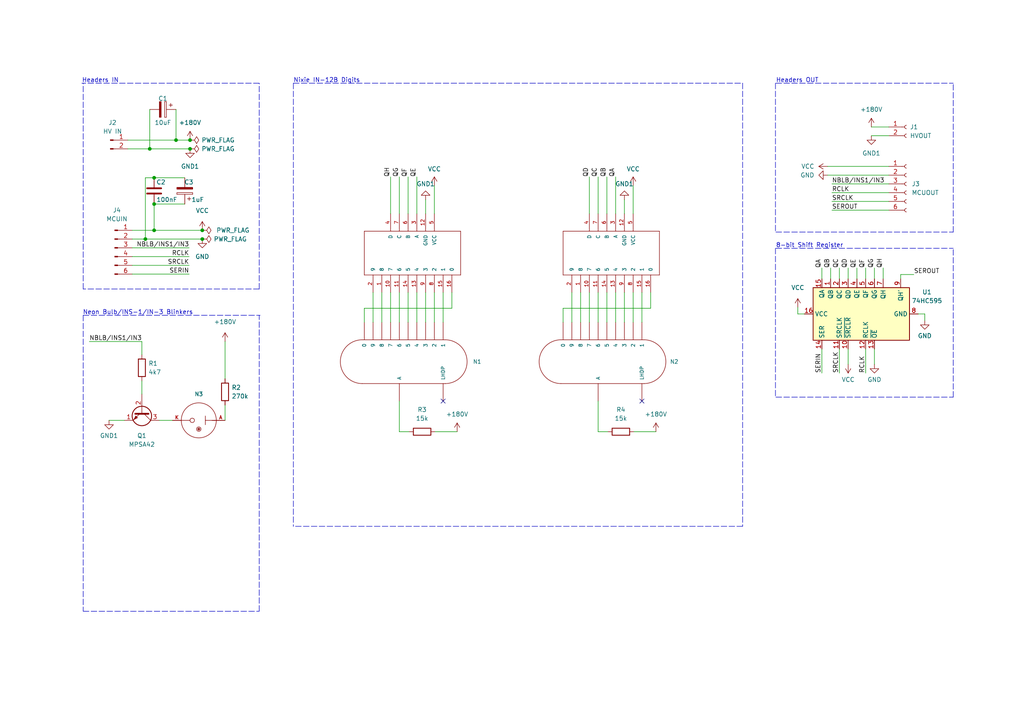
<source format=kicad_sch>
(kicad_sch (version 20211123) (generator eeschema)
  (paper "A4")
  (title_block (title "Nixie Clock 2 Digit IN-12B Panel") (date "2022-12-21") (rev "1.0"))
  (lib_symbols
    (symbol "74xx:74HC595"
      (property "Reference" "U" (at -7.62 13.97 0))
      (property "Value" "74HC595" (at -7.62 -16.51 0))
      (symbol "74HC595_1_0"
        (pin tri_state line (at 10.16 7.62 180) (length 2.54) (name "QB") (number "1"))
        (pin input line (at -10.16 2.54 0) (length 2.54) (name "~{SRCLR}") (number "10"))
        (pin input line (at -10.16 5.08 0) (length 2.54) (name "SRCLK") (number "11"))
        (pin input line (at -10.16 -2.54 0) (length 2.54) (name "RCLK") (number "12"))
        (pin input line (at -10.16 -5.08 0) (length 2.54) (name "~{OE}") (number "13"))
        (pin input line (at -10.16 10.16 0) (length 2.54) (name "SER") (number "14"))
        (pin tri_state line (at 10.16 10.16 180) (length 2.54) (name "QA") (number "15"))
        (pin power_in line (at 0 15.24 270) (length 2.54) (name "VCC") (number "16"))
        (pin tri_state line (at 10.16 5.08 180) (length 2.54) (name "QC") (number "2"))
        (pin tri_state line (at 10.16 2.54 180) (length 2.54) (name "QD") (number "3"))
        (pin tri_state line (at 10.16 0 180) (length 2.54) (name "QE") (number "4"))
        (pin tri_state line (at 10.16 -2.54 180) (length 2.54) (name "QF") (number "5"))
        (pin tri_state line (at 10.16 -5.08 180) (length 2.54) (name "QG") (number "6"))
        (pin tri_state line (at 10.16 -7.62 180) (length 2.54) (name "QH") (number "7"))
        (pin power_in line (at 0 -17.78 90) (length 2.54) (name "GND") (number "8"))
        (pin output line (at 10.16 -12.7 180) (length 2.54) (name "QH'") (number "9"))
      )
      (symbol "74HC595_1_1"
        (rectangle (start -7.62 12.7) (end 7.62 -15.24) (stroke (width 0.254)) (fill (type background)))
      )
    )
    (symbol "Connector:Conn_01x02_Female" (pin_names (offset 1.016) hide)
      (property "Reference" "J" (at 0 2.54 0))
      (property "Value" "Conn_01x02_Female" (at 0 -5.08 0))
      (symbol "Conn_01x02_Female_1_1"
        (arc (start 0 -2.032) (mid -0.508 -2.54) (end 0 -3.048) (stroke (width 0.1524)))
        (polyline (pts (xy -1.27 -2.54) (xy -0.508 -2.54)) (stroke (width 0.1524)))
        (polyline (pts (xy -1.27 0) (xy -0.508 0)) (stroke (width 0.1524)))
        (arc (start 0 0.508) (mid -0.508 0) (end 0 -0.508) (stroke (width 0.1524)))
        (pin passive line (at -5.08 0 0) (length 3.81) (name "Pin_1") (number "1"))
        (pin passive line (at -5.08 -2.54 0) (length 3.81) (name "Pin_2") (number "2"))
      )
    )
    (symbol "Connector:Conn_01x02_Male" (pin_names (offset 1.016) hide)
      (property "Reference" "J" (at 0 2.54 0))
      (property "Value" "Conn_01x02_Male" (at 0 -5.08 0))
      (symbol "Conn_01x02_Male_1_1"
        (polyline (pts (xy 1.27 -2.54) (xy 0.8636 -2.54)) (stroke (width 0.1524)))
        (polyline (pts (xy 1.27 0) (xy 0.8636 0)) (stroke (width 0.1524)))
        (rectangle (start 0.8636 -2.413) (end 0 -2.667) (stroke (width 0.1524)) (fill (type outline)))
        (rectangle (start 0.8636 0.127) (end 0 -0.127) (stroke (width 0.1524)) (fill (type outline)))
        (pin passive line (at 5.08 0 180) (length 3.81) (name "Pin_1") (number "1"))
        (pin passive line (at 5.08 -2.54 180) (length 3.81) (name "Pin_2") (number "2"))
      )
    )
    (symbol "Connector:Conn_01x06_Female" (pin_names (offset 1.016) hide)
      (property "Reference" "J" (at 0 7.62 0))
      (property "Value" "Conn_01x06_Female" (at 0 -10.16 0))
      (symbol "Conn_01x06_Female_1_1"
        (arc (start 0 -7.112) (mid -0.508 -7.62) (end 0 -8.128) (stroke (width 0.1524)))
        (arc (start 0 -4.572) (mid -0.508 -5.08) (end 0 -5.588) (stroke (width 0.1524)))
        (arc (start 0 -2.032) (mid -0.508 -2.54) (end 0 -3.048) (stroke (width 0.1524)))
        (polyline (pts (xy -1.27 -7.62) (xy -0.508 -7.62)) (stroke (width 0.1524)))
        (polyline (pts (xy -1.27 -5.08) (xy -0.508 -5.08)) (stroke (width 0.1524)))
        (polyline (pts (xy -1.27 -2.54) (xy -0.508 -2.54)) (stroke (width 0.1524)))
        (polyline (pts (xy -1.27 0) (xy -0.508 0)) (stroke (width 0.1524)))
        (polyline (pts (xy -1.27 2.54) (xy -0.508 2.54)) (stroke (width 0.1524)))
        (polyline (pts (xy -1.27 5.08) (xy -0.508 5.08)) (stroke (width 0.1524)))
        (arc (start 0 0.508) (mid -0.508 0) (end 0 -0.508) (stroke (width 0.1524)))
        (arc (start 0 3.048) (mid -0.508 2.54) (end 0 2.032) (stroke (width 0.1524)))
        (arc (start 0 5.588) (mid -0.508 5.08) (end 0 4.572) (stroke (width 0.1524)))
        (pin passive line (at -5.08 5.08 0) (length 3.81) (name "Pin_1") (number "1"))
        (pin passive line (at -5.08 2.54 0) (length 3.81) (name "Pin_2") (number "2"))
        (pin passive line (at -5.08 0 0) (length 3.81) (name "Pin_3") (number "3"))
        (pin passive line (at -5.08 -2.54 0) (length 3.81) (name "Pin_4") (number "4"))
        (pin passive line (at -5.08 -5.08 0) (length 3.81) (name "Pin_5") (number "5"))
        (pin passive line (at -5.08 -7.62 0) (length 3.81) (name "Pin_6") (number "6"))
      )
    )
    (symbol "Connector:Conn_01x06_Male" (pin_names (offset 1.016) hide)
      (property "Reference" "J" (at 0 7.62 0))
      (property "Value" "Conn_01x06_Male" (at 0 -10.16 0))
      (symbol "Conn_01x06_Male_1_1"
        (polyline (pts (xy 1.27 -7.62) (xy 0.8636 -7.62)) (stroke (width 0.1524)))
        (polyline (pts (xy 1.27 -5.08) (xy 0.8636 -5.08)) (stroke (width 0.1524)))
        (polyline (pts (xy 1.27 -2.54) (xy 0.8636 -2.54)) (stroke (width 0.1524)))
        (polyline (pts (xy 1.27 0) (xy 0.8636 0)) (stroke (width 0.1524)))
        (polyline (pts (xy 1.27 2.54) (xy 0.8636 2.54)) (stroke (width 0.1524)))
        (polyline (pts (xy 1.27 5.08) (xy 0.8636 5.08)) (stroke (width 0.1524)))
        (rectangle (start 0.8636 -7.493) (end 0 -7.747) (stroke (width 0.1524)) (fill (type outline)))
        (rectangle (start 0.8636 -4.953) (end 0 -5.207) (stroke (width 0.1524)) (fill (type outline)))
        (rectangle (start 0.8636 -2.413) (end 0 -2.667) (stroke (width 0.1524)) (fill (type outline)))
        (rectangle (start 0.8636 0.127) (end 0 -0.127) (stroke (width 0.1524)) (fill (type outline)))
        (rectangle (start 0.8636 2.667) (end 0 2.413) (stroke (width 0.1524)) (fill (type outline)))
        (rectangle (start 0.8636 5.207) (end 0 4.953) (stroke (width 0.1524)) (fill (type outline)))
        (pin passive line (at 5.08 5.08 180) (length 3.81) (name "Pin_1") (number "1"))
        (pin passive line (at 5.08 2.54 180) (length 3.81) (name "Pin_2") (number "2"))
        (pin passive line (at 5.08 0 180) (length 3.81) (name "Pin_3") (number "3"))
        (pin passive line (at 5.08 -2.54 180) (length 3.81) (name "Pin_4") (number "4"))
        (pin passive line (at 5.08 -5.08 180) (length 3.81) (name "Pin_5") (number "5"))
        (pin passive line (at 5.08 -7.62 180) (length 3.81) (name "Pin_6") (number "6"))
      )
    )
    (symbol "Device:C" (pin_numbers hide) (pin_names (offset 0.254))
      (property "Reference" "C" (at 0.635 2.54 0))
      (property "Value" "C" (at 0.635 -2.54 0))
      (symbol "C_0_1"
        (polyline (pts (xy -2.032 -0.762) (xy 2.032 -0.762)) (stroke (width 0.508)))
        (polyline (pts (xy -2.032 0.762) (xy 2.032 0.762)) (stroke (width 0.508)))
      )
      (symbol "C_1_1"
        (pin passive line (at 0 3.81 270) (length 2.794) (name "~") (number "1"))
        (pin passive line (at 0 -3.81 90) (length 2.794) (name "~") (number "2"))
      )
    )
    (symbol "Device:C_Polarized" (pin_numbers hide) (pin_names (offset 0.254))
      (property "Reference" "C" (at 0.635 2.54 0))
      (property "Value" "C_Polarized" (at 0.635 -2.54 0))
      (symbol "C_Polarized_0_1"
        (rectangle (start -2.286 0.508) (end 2.286 1.016))
        (polyline (pts (xy -1.778 2.286) (xy -0.762 2.286)))
        (polyline (pts (xy -1.27 2.794) (xy -1.27 1.778)))
        (rectangle (start 2.286 -0.508) (end -2.286 -1.016) (fill (type outline)))
      )
      (symbol "C_Polarized_1_1"
        (pin passive line (at 0 3.81 270) (length 2.794) (name "~") (number "1"))
        (pin passive line (at 0 -3.81 90) (length 2.794) (name "~") (number "2"))
      )
    )
    (symbol "Device:R" (pin_numbers hide) (pin_names (offset 0))
      (property "Reference" "R" (at 2.032 0 90))
      (property "Value" "R" (at 0 0 90))
      (symbol "R_0_1"
        (rectangle (start -1.016 -2.54) (end 1.016 2.54) (stroke (width 0.254)))
      )
      (symbol "R_1_1"
        (pin passive line (at 0 3.81 270) (length 1.27) (name "~") (number "1"))
        (pin passive line (at 0 -3.81 90) (length 1.27) (name "~") (number "2"))
      )
    )
    (symbol "PowerLibrary:+180V" (power) (pin_names (offset 0))
      (property "Value" "+180V" (at 0 3.556 0))
      (symbol "+180V_0_1"
        (polyline (pts (xy -0.762 1.27) (xy 0 2.54)))
        (polyline (pts (xy 0 0) (xy 0 2.54)))
        (polyline (pts (xy 0 2.54) (xy 0.762 1.27)))
      )
      (symbol "+180V_1_1"
        (pin power_in line (at 0 0 90) (length 0) hide (name "+180V") (number "1"))
      )
    )
    (symbol "Transistor_BJT:MPSA42" (pin_names (offset 1.016) hide)
      (property "Reference" "Q" (at 5.08 1.905 0))
      (property "Value" "MPSA42" (at 5.08 0 0))
      (symbol "MPSA42_0_1"
        (polyline (pts (xy 0 0) (xy 0.635 0)))
        (polyline (pts (xy 0.635 0.635) (xy 2.54 2.54)))
        (polyline (pts (xy 0.635 -0.635) (xy 2.54 -2.54) (xy 2.54 -2.54)))
        (polyline (pts (xy 0.635 1.905) (xy 0.635 -1.905) (xy 0.635 -1.905)) (stroke (width 0.508)))
        (polyline (pts (xy 1.27 -1.778) (xy 1.778 -1.27) (xy 2.286 -2.286) (xy 1.27 -1.778) (xy 1.27 -1.778)) (fill (type outline)))
        (circle (center 1.27 0) (radius 2.8194) (stroke (width 0.254)))
      )
      (symbol "MPSA42_1_1"
        (pin passive line (at 2.54 -5.08 90) (length 2.54) (name "E") (number "1"))
        (pin input line (at -5.08 0 0) (length 5.08) (name "B") (number "2"))
        (pin passive line (at 2.54 5.08 270) (length 2.54) (name "C") (number "3"))
      )
    )
    (symbol "nixiemisc:74141DIP16" (pin_names (offset 1.016))
      (symbol "74141DIP16_1_0"
        (polyline (pts (xy -7.62 -12.7) (xy 5.08 -12.7)))
        (polyline (pts (xy -7.62 15.24) (xy -7.62 -12.7)))
        (polyline (pts (xy 5.08 -12.7) (xy 5.08 15.24)))
        (polyline (pts (xy 5.08 15.24) (xy -7.62 15.24)))
      )
      (symbol "74141DIP16_1_1"
        (pin passive line (at 10.16 -7.62 180) (length 5.08) (name "8") (number "1"))
        (pin passive line (at 10.16 -5.08 180) (length 5.08) (name "7") (number "10"))
        (pin passive line (at 10.16 -2.54 180) (length 5.08) (name "6") (number "11"))
        (pin power_in line (at -12.7 5.08 0) (length 5.08) (name "GND") (number "12"))
        (pin passive line (at 10.16 2.54 180) (length 5.08) (name "4") (number "13"))
        (pin passive line (at 10.16 0 180) (length 5.08) (name "5") (number "14"))
        (pin passive line (at 10.16 10.16 180) (length 5.08) (name "1") (number "15"))
        (pin passive line (at 10.16 12.7 180) (length 5.08) (name "0") (number "16"))
        (pin passive line (at 10.16 -10.16 180) (length 5.08) (name "9") (number "2"))
        (pin passive line (at -12.7 2.54 0) (length 5.08) (name "A") (number "3"))
        (pin passive line (at -12.7 -5.08 0) (length 5.08) (name "D") (number "4"))
        (pin power_in line (at -12.7 7.62 0) (length 5.08) (name "VCC") (number "5"))
        (pin passive line (at -12.7 0 0) (length 5.08) (name "B") (number "6"))
        (pin passive line (at -12.7 -2.54 0) (length 5.08) (name "C") (number "7"))
        (pin passive line (at 10.16 7.62 180) (length 5.08) (name "2") (number "8"))
        (pin passive line (at 10.16 5.08 180) (length 5.08) (name "3") (number "9"))
      )
    )
    (symbol "nixies-us:IN-12BORIGINAL" (pin_numbers hide) (pin_names (offset 1.016))
      (property "Reference" "NX" (at -4.445 20.955 0))
      (symbol "IN-12BORIGINAL_1_0"
        (polyline (pts (xy -7.62 -10.795) (xy -7.62 13.335)))
        (polyline (pts (xy 5.08 -10.795) (xy 5.08 13.335)))
      )
      (symbol "IN-12BORIGINAL_1_1"
        (arc (start -7.62 -10.795) (mid -1.27 -17.145) (end 5.08 -10.795))
        (arc (start 5.08 13.335) (mid -1.27 19.685) (end -7.62 13.335))
        (pin bidirectional line (at -12.7 -10.16 0) (length 5.08) (name "0") (number "0"))
        (pin bidirectional line (at -12.7 12.7 0) (length 5.08) (name "1") (number "1"))
        (pin bidirectional line (at -12.7 10.16 0) (length 5.08) (name "2") (number "2"))
        (pin bidirectional line (at -12.7 7.62 0) (length 5.08) (name "3") (number "3"))
        (pin bidirectional line (at -12.7 5.08 0) (length 5.08) (name "4") (number "4"))
        (pin bidirectional line (at -12.7 2.54 0) (length 5.08) (name "5") (number "5"))
        (pin bidirectional line (at -12.7 0 0) (length 5.08) (name "6") (number "6"))
        (pin bidirectional line (at -12.7 -2.54 0) (length 5.08) (name "7") (number "7"))
        (pin bidirectional line (at -12.7 -5.08 0) (length 5.08) (name "8") (number "8"))
        (pin bidirectional line (at -12.7 -7.62 0) (length 5.08) (name "9") (number "9"))
        (pin bidirectional line (at 10.16 0 180) (length 5.08) (name "A") (number "A"))
        (pin bidirectional line (at 10.16 12.7 180) (length 5.08) (name "LHDP") (number "LHDP"))
      )
    )
    (symbol "nixies-us:IN-3" (pin_names (offset 1.016) hide)
      (property "Reference" "N" (at 1.27 3.175 0))
      (symbol "IN-3_1_0"
        (polyline (pts (xy 0 -2.54) (xy 0.635 -2.54)))
        (polyline (pts (xy 0.635 -2.54) (xy 0 -2.54)))
        (polyline (pts (xy 0.635 -2.54) (xy 3.175 -2.54)))
        (polyline (pts (xy 1.27 -2.54) (xy 0.635 -2.54)))
        (polyline (pts (xy 3.175 -2.54) (xy 3.175 -3.81)))
        (polyline (pts (xy 3.175 -2.54) (xy 3.175 -1.27)))
        (polyline (pts (xy 4.7498 0) (xy 5.08 0)))
        (polyline (pts (xy 5.08 0) (xy 5.08 -0.3048)))
        (polyline (pts (xy 5.08 0) (xy 5.08 0.3048)))
        (polyline (pts (xy 5.08 0) (xy 5.3848 0)))
        (polyline (pts (xy 10.16 -2.54) (xy 7.62 -2.54)))
      )
      (symbol "IN-3_1_1"
        (circle (center 5.08 -2.54) (radius 5.08))
        (circle (center 5.08 0) (radius 0.3048))
        (circle (center 5.08 0) (radius 0.635))
        (circle (center 6.985 -2.54) (radius 0.635))
        (pin bidirectional line (at -2.54 -2.54 0) (length 2.54) (name "A") (number "A"))
        (pin bidirectional line (at 12.7 -2.54 180) (length 2.54) (name "K") (number "K"))
      )
    )
    (symbol "power:GND" (power) (pin_names (offset 0))
      (property "Value" "GND" (at 0 -3.81 0))
      (symbol "GND_0_1"
        (polyline (pts (xy 0 0) (xy 0 -1.27) (xy 1.27 -1.27) (xy 0 -2.54) (xy -1.27 -1.27) (xy 0 -1.27)))
      )
      (symbol "GND_1_1"
        (pin power_in line (at 0 0 270) (length 0) hide (name "GND") (number "1"))
      )
    )
    (symbol "power:GND1" (power) (pin_names (offset 0))
      (property "Value" "GND1" (at 0 -3.81 0))
      (symbol "GND1_0_1"
        (polyline (pts (xy 0 0) (xy 0 -1.27) (xy 1.27 -1.27) (xy 0 -2.54) (xy -1.27 -1.27) (xy 0 -1.27)))
      )
      (symbol "GND1_1_1"
        (pin power_in line (at 0 0 270) (length 0) hide (name "GND1") (number "1"))
      )
    )
    (symbol "power:PWR_FLAG" (power) (pin_numbers hide) (pin_names (offset 0) hide)
      (property "Value" "PWR_FLAG" (at 0 3.81 0))
      (symbol "PWR_FLAG_0_0"
        (pin power_out line (at 0 0 90) (length 0) (name "pwr") (number "1"))
      )
      (symbol "PWR_FLAG_0_1"
        (polyline (pts (xy 0 0) (xy 0 1.27) (xy -1.016 1.905) (xy 0 2.54) (xy 1.016 1.905) (xy 0 1.27)))
      )
    )
    (symbol "power:VCC" (power) (pin_names (offset 0))
      (property "Value" "VCC" (at 0 3.81 0))
      (symbol "VCC_0_1"
        (polyline (pts (xy -0.762 1.27) (xy 0 2.54)))
        (polyline (pts (xy 0 0) (xy 0 2.54)))
        (polyline (pts (xy 0 2.54) (xy 0.762 1.27)))
      )
      (symbol "VCC_1_1"
        (pin power_in line (at 0 0 90) (length 0) hide (name "VCC") (number "1"))
      )
    )
  )
  (junction (at 44.704 66.802))
  (junction (at 58.674 69.342))
  (junction (at 44.704 51.562))
  (junction (at 58.674 66.802))
  (junction (at 43.434 43.18))
  (junction (at 55.118 40.64))
  (junction (at 42.164 69.342))
  (junction (at 51.054 40.64))
  (junction (at 44.704 59.182))
  (junction (at 55.118 43.18))
  (no_connect (at 128.524 116.332))
  (no_connect (at 186.182 116.332))
  (wire (pts (xy 42.164 69.342) (xy 58.674 69.342)))
  (polyline (pts (xy 225.044 72.009) (xy 276.479 72.009)))
  (wire (pts (xy 183.642 53.848) (xy 183.642 61.976)))
  (wire (pts (xy 240.03 50.8) (xy 257.81 50.8)))
  (wire (pts (xy 31.623 121.92) (xy 36.068 121.92)))
  (wire (pts (xy 65.278 109.855) (xy 65.278 99.06)))
  (wire (pts (xy 51.054 31.75) (xy 51.054 40.64)))
  (polyline (pts (xy 85.09 24.13) (xy 215.392 24.13)))
  (wire (pts (xy 120.904 84.836) (xy 120.904 93.472)))
  (wire (pts (xy 170.942 84.836) (xy 170.942 93.472)))
  (wire (pts (xy 188.722 89.408) (xy 188.722 84.836)))
  (wire (pts (xy 241.3 58.42) (xy 257.81 58.42)))
  (wire (pts (xy 173.482 61.976) (xy 173.482 51.308)))
  (wire (pts (xy 38.354 79.502) (xy 54.864 79.502)))
  (wire (pts (xy 183.642 84.836) (xy 183.642 93.472)))
  (wire (pts (xy 241.3 55.88) (xy 257.81 55.88)))
  (wire (pts (xy 38.354 69.342) (xy 42.164 69.342)))
  (wire (pts (xy 261.239 80.899) (xy 261.239 79.629)))
  (wire (pts (xy 268.224 91.059) (xy 268.224 92.964)))
  (wire (pts (xy 128.524 84.836) (xy 128.524 93.472)))
  (wire (pts (xy 173.482 116.332) (xy 173.482 125.222)))
  (wire (pts (xy 126.238 125.222) (xy 132.588 125.222)))
  (wire (pts (xy 163.322 89.408) (xy 188.722 89.408)))
  (wire (pts (xy 38.354 76.962) (xy 54.864 76.962)))
  (wire (pts (xy 173.482 84.836) (xy 173.482 93.472)))
  (wire (pts (xy 43.434 31.75) (xy 43.434 43.18)))
  (wire (pts (xy 176.022 61.976) (xy 176.022 51.308)))
  (polyline (pts (xy 75.184 177.292) (xy 75.184 91.44)))
  (polyline (pts (xy 224.917 72.009) (xy 224.917 115.189)))
  (wire (pts (xy 178.562 61.976) (xy 178.562 51.308)))
  (polyline (pts (xy 225.044 115.189) (xy 276.479 115.189)))
  (wire (pts (xy 120.904 51.308) (xy 120.904 61.976)))
  (wire (pts (xy 44.704 59.182) (xy 44.704 66.802)))
  (wire (pts (xy 257.81 60.96) (xy 241.3 60.96)))
  (wire (pts (xy 266.319 91.059) (xy 268.224 91.059)))
  (wire (pts (xy 243.459 101.219) (xy 243.459 108.204)))
  (wire (pts (xy 51.054 40.64) (xy 55.118 40.64)))
  (wire (pts (xy 253.619 101.219) (xy 253.619 105.664)))
  (wire (pts (xy 37.084 43.18) (xy 43.434 43.18)))
  (wire (pts (xy 257.81 36.83) (xy 252.73 36.83)))
  (wire (pts (xy 178.562 84.836) (xy 178.562 93.472)))
  (wire (pts (xy 233.299 91.059) (xy 231.394 91.059)))
  (wire (pts (xy 25.908 99.06) (xy 41.148 99.06)))
  (wire (pts (xy 173.482 125.222) (xy 176.276 125.222)))
  (polyline (pts (xy 24.13 83.82) (xy 24.13 24.13)))
  (wire (pts (xy 256.159 77.724) (xy 256.159 80.899)))
  (polyline (pts (xy 215.392 24.13) (xy 215.392 152.654)))
  (wire (pts (xy 115.824 84.836) (xy 115.824 93.472)))
  (wire (pts (xy 163.322 93.472) (xy 163.322 89.408)))
  (wire (pts (xy 238.379 77.724) (xy 238.379 80.899)))
  (polyline (pts (xy 75.184 83.82) (xy 75.184 24.13)))
  (wire (pts (xy 38.354 66.802) (xy 44.704 66.802)))
  (polyline (pts (xy 225.044 24.13) (xy 276.479 24.13)))
  (wire (pts (xy 108.204 84.836) (xy 108.204 93.472)))
  (polyline (pts (xy 24.13 177.292) (xy 75.184 177.292)))
  (wire (pts (xy 170.942 61.976) (xy 170.942 51.308)))
  (wire (pts (xy 251.079 77.724) (xy 251.079 80.899)))
  (polyline (pts (xy 215.392 152.654) (xy 85.09 152.654)))
  (wire (pts (xy 43.434 43.18) (xy 55.118 43.18)))
  (wire (pts (xy 41.148 110.49) (xy 41.148 114.3)))
  (wire (pts (xy 44.704 51.562) (xy 42.164 51.562)))
  (wire (pts (xy 257.81 39.37) (xy 252.73 39.37)))
  (wire (pts (xy 165.862 84.836) (xy 165.862 93.472)))
  (wire (pts (xy 113.284 51.308) (xy 113.284 61.976)))
  (wire (pts (xy 125.984 53.848) (xy 125.984 61.976)))
  (wire (pts (xy 41.148 102.87) (xy 41.148 99.06)))
  (polyline (pts (xy 85.09 24.13) (xy 85.09 152.654)))
  (wire (pts (xy 42.164 51.562) (xy 42.164 69.342)))
  (wire (pts (xy 44.704 66.802) (xy 58.674 66.802)))
  (wire (pts (xy 105.664 89.408) (xy 131.064 89.408)))
  (wire (pts (xy 44.704 51.562) (xy 53.594 51.562)))
  (wire (pts (xy 125.984 84.836) (xy 125.984 93.472)))
  (wire (pts (xy 131.064 89.408) (xy 131.064 84.836)))
  (wire (pts (xy 110.744 84.836) (xy 110.744 93.472)))
  (wire (pts (xy 251.079 101.219) (xy 251.079 108.204)))
  (wire (pts (xy 261.239 79.629) (xy 265.049 79.629)))
  (wire (pts (xy 115.824 51.308) (xy 115.824 61.976)))
  (polyline (pts (xy 225.044 67.31) (xy 276.479 67.31)))
  (polyline (pts (xy 24.13 91.44) (xy 75.438 91.44)))
  (wire (pts (xy 123.444 84.836) (xy 123.444 93.472)))
  (wire (pts (xy 115.824 125.222) (xy 118.618 125.222)))
  (wire (pts (xy 181.102 84.836) (xy 181.102 93.472)))
  (wire (pts (xy 248.539 77.724) (xy 248.539 80.899)))
  (wire (pts (xy 118.364 84.836) (xy 118.364 93.472)))
  (wire (pts (xy 168.402 84.836) (xy 168.402 93.472)))
  (wire (pts (xy 118.364 51.308) (xy 118.364 61.976)))
  (wire (pts (xy 245.999 77.724) (xy 245.999 80.899)))
  (wire (pts (xy 113.284 84.836) (xy 113.284 93.472)))
  (wire (pts (xy 240.03 48.26) (xy 257.81 48.26)))
  (wire (pts (xy 37.084 40.64) (xy 51.054 40.64)))
  (wire (pts (xy 181.102 57.912) (xy 181.102 61.976)))
  (wire (pts (xy 176.022 84.836) (xy 176.022 93.472)))
  (wire (pts (xy 243.459 77.724) (xy 243.459 80.899)))
  (wire (pts (xy 183.896 125.222) (xy 190.246 125.222)))
  (wire (pts (xy 240.919 77.724) (xy 240.919 80.899)))
  (wire (pts (xy 186.182 84.836) (xy 186.182 93.472)))
  (wire (pts (xy 46.228 121.92) (xy 50.038 121.92)))
  (wire (pts (xy 123.444 57.912) (xy 123.444 61.976)))
  (polyline (pts (xy 75.184 24.13) (xy 23.749 24.13)))
  (wire (pts (xy 231.394 89.154) (xy 231.394 91.059)))
  (wire (pts (xy 238.379 101.219) (xy 238.379 108.204)))
  (polyline (pts (xy 75.184 83.82) (xy 24.13 83.82)))
  (wire (pts (xy 257.81 53.34) (xy 241.3 53.34)))
  (polyline (pts (xy 224.917 24.13) (xy 224.917 67.31)))
  (wire (pts (xy 105.664 93.472) (xy 105.664 89.408)))
  (wire (pts (xy 245.999 101.219) (xy 245.999 105.664)))
  (wire (pts (xy 38.354 74.422) (xy 54.864 74.422)))
  (polyline (pts (xy 276.479 115.189) (xy 276.479 72.009)))
  (wire (pts (xy 44.704 59.182) (xy 53.594 59.182)))
  (polyline (pts (xy 276.479 67.31) (xy 276.479 24.13)))
  (wire (pts (xy 253.619 77.724) (xy 253.619 80.899)))
  (wire (pts (xy 115.824 116.332) (xy 115.824 125.222)))
  (polyline (pts (xy 24.13 91.44) (xy 24.13 177.292)))
  (wire (pts (xy 65.278 117.475) (xy 65.278 121.92)))
  (wire (pts (xy 54.864 71.882) (xy 38.354 71.882)))
  (text "Headers OUT" (at 225.044 24.13 0) (effects (font (size 1.27 1.27)) (justify left bottom)))
  (text "Headers IN" (at 23.749 24.13 0) (effects (font (size 1.27 1.27)) (justify left bottom)))
  (text "Neon Bulb/INS-1/IN-3 Blinkers" (at 24.003 91.44 0) (effects (font (size 1.27 1.27)) (justify left bottom)))
  (text "Nixie IN-12B Digits" (at 85.09 24.13 0) (effects (font (size 1.27 1.27)) (justify left bottom)))
  (text "8-bit Shift Register" (at 225.044 72.009 0) (effects (font (size 1.27 1.27)) (justify left bottom)))
  (label "QH" (at 256.159 77.724 90))
  (label "SRCLK" (at 54.864 76.962 180))
  (label "QE" (at 120.904 51.308 90))
  (label "QD" (at 245.999 77.724 90))
  (label "QC" (at 243.459 77.724 90))
  (label "SRCLK" (at 241.3 58.42 0))
  (label "QC" (at 173.482 51.308 90))
  (label "QF" (at 118.364 51.308 90))
  (label "QB" (at 240.919 77.724 90))
  (label "SEROUT" (at 265.049 79.629 0))
  (label "NBLB{slash}INS1{slash}IN3" (at 54.864 71.882 180))
  (label "QF" (at 251.079 77.724 90))
  (label "NBLB{slash}INS1{slash}IN3" (at 25.908 99.06 0))
  (label "QG" (at 115.824 51.308 90))
  (label "RCLK" (at 251.079 108.204 90))
  (label "NBLB{slash}INS1{slash}IN3" (at 241.3 53.34 0))
  (label "QD" (at 170.942 51.308 90))
  (label "RCLK" (at 54.864 74.422 180))
  (label "SERIN" (at 54.864 79.502 180))
  (label "RCLK" (at 241.3 55.88 0))
  (label "SRCLK" (at 243.459 108.204 90))
  (label "QA" (at 238.379 77.724 90))
  (label "QA" (at 178.562 51.308 90))
  (label "SEROUT" (at 241.3 60.96 0))
  (label "QE" (at 248.539 77.724 90))
  (label "QG" (at 253.619 77.724 90))
  (label "SERIN" (at 238.379 108.204 90))
  (label "QH" (at 113.284 51.308 90))
  (label "QB" (at 176.022 51.308 90))
  (symbol (lib_id "Connector:Conn_01x06_Female") (at 262.89 53.34 0) (unit 1)
    (property "Reference" "J3" (at 264.414 53.3399 0) (effects (justify left)))
    (property "Value" "MCUOUT" (at 264.414 55.8799 0) (effects (justify left)))
    (property "Footprint" "Connector_PinHeader_2.54mm:PinHeader_1x06_P2.54mm_Vertical" (effects hide))
  )
  (symbol (lib_id "power:VCC") (at 240.03 48.26 90) (unit 1)
    (property "Reference" "#PWR06" (effects hide))
    (property "Value" "VCC" (at 236.22 48.2599 90) (effects (justify left)))
  )
  (symbol (lib_id "power:GND") (at 240.03 50.8 270) (unit 1)
    (property "Reference" "#PWR05" (effects hide))
    (property "Value" "GND" (at 236.22 50.7999 90) (effects (justify right)))
  )
  (symbol (lib_id "power:GND1") (at 123.444 57.912 180) (unit 1)
    (property "Reference" "#PWR09" (effects hide))
    (property "Value" "GND1" (at 123.444 53.34 0))
  )
  (symbol (lib_id "Device:R") (at 65.278 113.665 0) (unit 1)
    (property "Reference" "R2" (at 67.183 112.3949 0) (effects (justify left)))
    (property "Value" "270k" (at 67.183 114.9349 0) (effects (justify left)))
    (property "Footprint" "Resistor_THT:R_Axial_DIN0207_L6.3mm_D2.5mm_P7.62mm_Horizontal" (effects hide))
  )
  (symbol (lib_id "Device:R") (at 122.428 125.222 90) (unit 1)
    (property "Reference" "R3" (at 122.428 118.8184 90))
    (property "Value" "15k" (at 122.428 121.3584 90))
    (property "Footprint" "Resistor_THT:R_Axial_DIN0207_L6.3mm_D2.5mm_P7.62mm_Horizontal" (effects hide))
  )
  (symbol (lib_id "Connector:Conn_01x06_Male") (at 33.274 71.882 0) (unit 1)
    (property "Reference" "J4" (at 33.909 60.96 0))
    (property "Value" "MCUIN" (at 33.909 63.5 0))
    (property "Footprint" "Connector_PinHeader_2.54mm:PinHeader_1x06_P2.54mm_Vertical" (effects hide))
  )
  (symbol (lib_id "74xx:74HC595") (at 248.539 91.059 90) (unit 1)
    (property "Reference" "U1" (at 268.859 84.709 90))
    (property "Value" "74HC595" (at 268.859 87.249 90))
    (property "Footprint" "Package_DIP:DIP-16_W7.62mm" (effects hide))
    (property "Datasheet" "http://www.ti.com/lit/ds/symlink/sn74hc595.pdf" (effects hide))
  )
  (symbol (lib_id "power:PWR_FLAG") (at 55.118 43.18 270) (unit 1)
    (property "Reference" "#FLG02" (effects hide))
    (property "Value" "PWR_FLAG" (at 58.42 43.1801 90) (effects (justify left)))
  )
  (symbol (lib_id "power:GND1") (at 31.623 121.92 0) (unit 1)
    (property "Reference" "#PWR018" (effects hide))
    (property "Value" "GND1" (at 31.623 126.365 0))
  )
  (symbol (lib_id "Device:R") (at 180.086 125.222 90) (unit 1)
    (property "Reference" "R4" (at 180.086 118.8184 90))
    (property "Value" "15k" (at 180.086 121.3584 90))
    (property "Footprint" "Resistor_THT:R_Axial_DIN0207_L6.3mm_D2.5mm_P7.62mm_Horizontal" (effects hide))
  )
  (symbol (lib_id "power:GND1") (at 55.118 43.18 0) (unit 1)
    (property "Reference" "#PWR04" (effects hide))
    (property "Value" "GND1" (at 55.118 48.26 0))
  )
  (symbol (lib_id "power:GND") (at 253.619 105.664 0) (unit 1)
    (property "Reference" "#PWR017" (effects hide))
    (property "Value" "GND" (at 253.619 110.109 0))
  )
  (symbol (lib_id "power:VCC") (at 245.999 105.664 180) (unit 1)
    (property "Reference" "#PWR016" (effects hide))
    (property "Value" "VCC" (at 245.999 110.109 0))
  )
  (symbol (lib_id "power:PWR_FLAG") (at 58.674 69.342 270) (unit 1)
    (property "Reference" "#FLG04" (effects hide))
    (property "Value" "PWR_FLAG" (at 61.976 69.3421 90) (effects (justify left)))
  )
  (symbol (lib_id "nixiemisc:74141DIP16") (at 118.364 74.676 270) (unit 1)
    (property "Reference" "M1" (effects hide))
    (property "Value" "74141DIP16" (effects hide))
    (property "Footprint" "Package_DIP:DIP-16_W7.62mm" (effects hide))
  )
  (symbol (lib_id "PowerLibrary:+180V") (at 55.118 40.64 0) (unit 1)
    (property "Reference" "#PWR03" (effects hide))
    (property "Value" "+180V" (at 55.118 35.56 0))
  )
  (symbol (lib_id "power:PWR_FLAG") (at 55.118 40.64 270) (unit 1)
    (property "Reference" "#FLG01" (effects hide))
    (property "Value" "PWR_FLAG" (at 58.42 40.6401 90) (effects (justify left)))
  )
  (symbol (lib_id "power:PWR_FLAG") (at 58.674 66.802 270) (unit 1)
    (property "Reference" "#FLG03" (effects hide))
    (property "Value" "PWR_FLAG" (at 62.738 66.8019 90) (effects (justify left)))
  )
  (symbol (lib_id "PowerLibrary:+180V") (at 252.73 36.83 0) (unit 1)
    (property "Reference" "#PWR01" (effects hide))
    (property "Value" "+180V" (at 252.73 31.75 0))
  )
  (symbol (lib_id "power:VCC") (at 125.984 53.848 0) (unit 1)
    (property "Reference" "#PWR07" (effects hide))
    (property "Value" "VCC" (at 125.984 49.022 0))
  )
  (symbol (lib_id "nixies-us:IN-12BORIGINAL") (at 115.824 106.172 270) (unit 1)
    (property "Reference" "N1" (at 137.16 104.902 90) (effects (font (size 1.143 1.143)) (justify left)))
    (property "Value" "IN-12BORIGINAL" (effects hide))
    (property "Footprint" "nixies-us:nixies-us-IN-12" (effects hide))
  )
  (symbol (lib_id "power:GND1") (at 181.102 57.912 180) (unit 1)
    (property "Reference" "#PWR010" (effects hide))
    (property "Value" "GND1" (at 181.102 53.34 0))
  )
  (symbol (lib_id "PowerLibrary:+180V") (at 190.246 125.222 0) (unit 1)
    (property "Reference" "#PWR020" (effects hide))
    (property "Value" "+180V" (at 190.246 120.142 0))
  )
  (symbol (lib_id "power:GND1") (at 252.73 39.37 0) (unit 1)
    (property "Reference" "#PWR02" (effects hide))
    (property "Value" "GND1" (at 252.73 44.45 0))
  )
  (symbol (lib_id "PowerLibrary:+180V") (at 65.278 99.06 0) (unit 1)
    (property "Reference" "#PWR015" (effects hide))
    (property "Value" "+180V" (at 65.278 93.345 0))
  )
  (symbol (lib_id "Device:C_Polarized") (at 47.244 31.75 270) (unit 1)
    (property "Reference" "C1" (at 47.244 28.575 90))
    (property "Value" "10uF" (at 47.244 35.56 90))
    (property "Footprint" "Capacitor_THT:CP_Radial_D10.0mm_P5.00mm" (effects hide))
  )
  (symbol (lib_id "PowerLibrary:+180V") (at 132.588 125.222 0) (unit 1)
    (property "Reference" "#PWR019" (effects hide))
    (property "Value" "+180V" (at 132.588 120.142 0))
  )
  (symbol (lib_id "power:VCC") (at 58.674 66.802 0) (unit 1)
    (property "Reference" "#PWR011" (effects hide))
    (property "Value" "VCC" (at 58.674 61.087 0))
  )
  (symbol (lib_id "Connector:Conn_01x02_Female") (at 262.89 36.83 0) (unit 1)
    (property "Reference" "J1" (at 263.906 36.8299 0) (effects (justify left)))
    (property "Value" "HVOUT" (at 263.906 39.3699 0) (effects (justify left)))
    (property "Footprint" "Connector_PinHeader_2.54mm:PinHeader_1x02_P2.54mm_Vertical" (effects hide))
  )
  (symbol (lib_id "nixies-us:IN-12BORIGINAL") (at 173.482 106.172 270) (unit 1)
    (property "Reference" "N2" (at 194.31 104.902 90) (effects (font (size 1.143 1.143)) (justify left)))
    (property "Value" "IN-12BORIGINAL" (effects hide))
    (property "Footprint" "nixies-us:nixies-us-IN-12" (effects hide))
  )
  (symbol (lib_id "power:GND") (at 268.224 92.964 0) (unit 1)
    (property "Reference" "#PWR014" (effects hide))
    (property "Value" "GND" (at 268.224 97.409 0))
  )
  (symbol (lib_id "power:VCC") (at 231.394 89.154 0) (unit 1)
    (property "Reference" "#PWR013" (effects hide))
    (property "Value" "VCC" (at 231.394 83.439 0))
  )
  (symbol (lib_id "Device:C_Polarized") (at 53.594 55.372 180) (unit 1)
    (property "Reference" "C3" (at 56.134 52.832 0) (effects (justify left)))
    (property "Value" "1uF" (at 59.182 57.912 0) (effects (justify left)))
    (property "Footprint" "Capacitor_THT:CP_Radial_D5.0mm_P2.00mm" (effects hide))
  )
  (symbol (lib_id "Transistor_BJT:MPSA42") (at 41.148 119.38 270) (unit 1)
    (property "Reference" "Q1" (at 41.148 126.365 90))
    (property "Value" "MPSA42" (at 41.148 128.905 90))
    (property "Footprint" "Package_TO_SOT_THT:TO-92_Inline" (effects hide))
    (property "Datasheet" "http://www.onsemi.com/pub_link/Collateral/MPSA42-D.PDF" (effects hide))
  )
  (symbol (lib_id "Connector:Conn_01x02_Male") (at 32.004 40.64 0) (unit 1)
    (property "Reference" "J2" (at 32.639 35.56 0))
    (property "Value" "HV IN" (at 32.639 38.1 0))
    (property "Footprint" "Connector_PinHeader_2.54mm:PinHeader_1x02_P2.54mm_Vertical" (effects hide))
  )
  (symbol (lib_id "power:VCC") (at 183.642 53.848 0) (unit 1)
    (property "Reference" "#PWR08" (effects hide))
    (property "Value" "VCC" (at 183.642 49.022 0))
  )
  (symbol (lib_id "nixiemisc:74141DIP16") (at 176.022 74.676 270) (unit 1)
    (property "Reference" "M2" (effects hide))
    (property "Value" "74141DIP16" (effects hide))
    (property "Footprint" "Package_DIP:DIP-16_W7.62mm" (effects hide))
  )
  (symbol (lib_id "Device:C") (at 44.704 55.372 0) (unit 1)
    (property "Reference" "C2" (at 45.339 52.832 0) (effects (justify left)))
    (property "Value" "100nF" (at 45.339 57.912 0) (effects (justify left)))
    (property "Footprint" "Capacitor_THT:C_Disc_D3.0mm_W2.0mm_P2.50mm" (effects hide))
  )
  (symbol (lib_id "power:GND") (at 58.674 69.342 0) (unit 1)
    (property "Reference" "#PWR012" (effects hide))
    (property "Value" "GND" (at 58.674 74.422 0))
  )
  (symbol (lib_id "Device:R") (at 41.148 106.68 0) (unit 1)
    (property "Reference" "R1" (at 43.053 105.4099 0) (effects (justify left)))
    (property "Value" "4k7" (at 43.053 107.9499 0) (effects (justify left)))
    (property "Footprint" "Resistor_THT:R_Axial_DIN0207_L6.3mm_D2.5mm_P7.62mm_Horizontal" (effects hide))
  )
  (symbol (lib_id "nixies-us:IN-3") (at 62.738 124.46 180) (unit 1)
    (property "Reference" "N3" (at 57.658 114.3 0) (effects (font (size 1.143 1.143))))
    (property "Value" "IN-3" (effects hide))
    (property "Footprint" "nixies-us:nixies-us-IN-3" (effects hide))
  )
)
</source>
